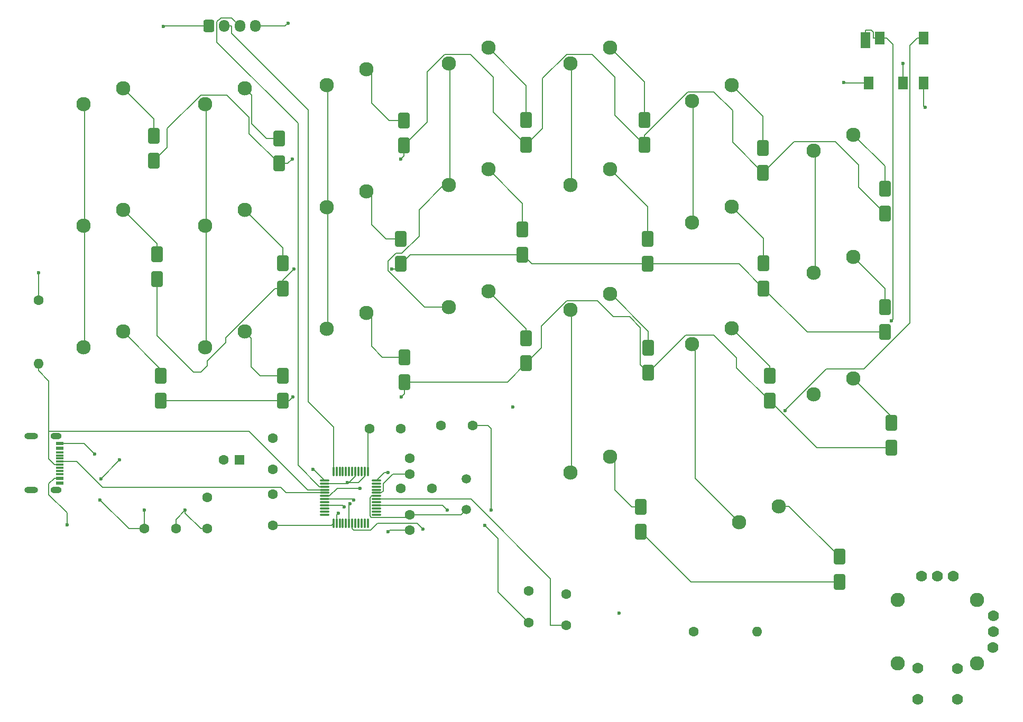
<source format=gbl>
%TF.GenerationSoftware,KiCad,Pcbnew,8.0.2*%
%TF.CreationDate,2024-10-11T16:26:55+02:00*%
%TF.ProjectId,duo_board,64756f5f-626f-4617-9264-2e6b69636164,rev?*%
%TF.SameCoordinates,Original*%
%TF.FileFunction,Copper,L4,Bot*%
%TF.FilePolarity,Positive*%
%FSLAX46Y46*%
G04 Gerber Fmt 4.6, Leading zero omitted, Abs format (unit mm)*
G04 Created by KiCad (PCBNEW 8.0.2) date 2024-10-11 16:26:55*
%MOMM*%
%LPD*%
G01*
G04 APERTURE LIST*
G04 Aperture macros list*
%AMRoundRect*
0 Rectangle with rounded corners*
0 $1 Rounding radius*
0 $2 $3 $4 $5 $6 $7 $8 $9 X,Y pos of 4 corners*
0 Add a 4 corners polygon primitive as box body*
4,1,4,$2,$3,$4,$5,$6,$7,$8,$9,$2,$3,0*
0 Add four circle primitives for the rounded corners*
1,1,$1+$1,$2,$3*
1,1,$1+$1,$4,$5*
1,1,$1+$1,$6,$7*
1,1,$1+$1,$8,$9*
0 Add four rect primitives between the rounded corners*
20,1,$1+$1,$2,$3,$4,$5,0*
20,1,$1+$1,$4,$5,$6,$7,0*
20,1,$1+$1,$6,$7,$8,$9,0*
20,1,$1+$1,$8,$9,$2,$3,0*%
G04 Aperture macros list end*
%TA.AperFunction,ComponentPad*%
%ADD10C,1.500000*%
%TD*%
%TA.AperFunction,ComponentPad*%
%ADD11C,1.600000*%
%TD*%
%TA.AperFunction,ComponentPad*%
%ADD12O,1.600000X1.600000*%
%TD*%
%TA.AperFunction,ComponentPad*%
%ADD13R,1.600000X1.600000*%
%TD*%
%TA.AperFunction,ComponentPad*%
%ADD14C,2.300000*%
%TD*%
%TA.AperFunction,ComponentPad*%
%ADD15RoundRect,0.250000X-0.600000X-0.725000X0.600000X-0.725000X0.600000X0.725000X-0.600000X0.725000X0*%
%TD*%
%TA.AperFunction,ComponentPad*%
%ADD16O,1.700000X1.950000*%
%TD*%
%TA.AperFunction,SMDPad,CuDef*%
%ADD17R,1.498600X2.006600*%
%TD*%
%TA.AperFunction,SMDPad,CuDef*%
%ADD18R,1.498600X2.590800*%
%TD*%
%TA.AperFunction,SMDPad,CuDef*%
%ADD19RoundRect,0.250000X0.650000X-1.000000X0.650000X1.000000X-0.650000X1.000000X-0.650000X-1.000000X0*%
%TD*%
%TA.AperFunction,SMDPad,CuDef*%
%ADD20R,1.150000X0.590000*%
%TD*%
%TA.AperFunction,SMDPad,CuDef*%
%ADD21R,1.150000X0.298000*%
%TD*%
%TA.AperFunction,ComponentPad*%
%ADD22O,2.200000X1.000000*%
%TD*%
%TA.AperFunction,ComponentPad*%
%ADD23O,1.800000X1.000000*%
%TD*%
%TA.AperFunction,SMDPad,CuDef*%
%ADD24RoundRect,0.075000X0.662500X0.075000X-0.662500X0.075000X-0.662500X-0.075000X0.662500X-0.075000X0*%
%TD*%
%TA.AperFunction,SMDPad,CuDef*%
%ADD25RoundRect,0.075000X0.075000X0.662500X-0.075000X0.662500X-0.075000X-0.662500X0.075000X-0.662500X0*%
%TD*%
%TA.AperFunction,ComponentPad*%
%ADD26C,1.778000*%
%TD*%
%TA.AperFunction,ComponentPad*%
%ADD27C,2.286000*%
%TD*%
%TA.AperFunction,ViaPad*%
%ADD28C,0.600000*%
%TD*%
%TA.AperFunction,Conductor*%
%ADD29C,0.200000*%
%TD*%
G04 APERTURE END LIST*
D10*
%TO.P,Y1,1,1*%
%TO.N,/HSE_IN*%
X133500000Y-106050000D03*
%TO.P,Y1,2,2*%
%TO.N,/HSE_OUT*%
X133500000Y-110930000D03*
%TD*%
D11*
%TO.P,R2,1*%
%TO.N,Net-(D24-K)*%
X169920000Y-130500000D03*
D12*
%TO.P,R2,2*%
%TO.N,GND*%
X180080000Y-130500000D03*
%TD*%
D11*
%TO.P,R1,1*%
%TO.N,+3.3V*%
X65000000Y-77420000D03*
D12*
%TO.P,R1,2*%
%TO.N,/USB_D+*%
X65000000Y-87580000D03*
%TD*%
D11*
%TO.P,C12,1*%
%TO.N,GND*%
X92000000Y-114000000D03*
%TO.P,C12,2*%
%TO.N,+5V*%
X92000000Y-109000000D03*
%TD*%
%TO.P,C11,1*%
%TO.N,+3.3V*%
X82000000Y-114000000D03*
%TO.P,C11,2*%
%TO.N,GND*%
X87000000Y-114000000D03*
%TD*%
%TO.P,C10,1*%
%TO.N,/HSE_OUT*%
X124500000Y-111750000D03*
%TO.P,C10,2*%
%TO.N,GND*%
X124500000Y-114250000D03*
%TD*%
%TO.P,C9,1*%
%TO.N,GND*%
X124500000Y-102750000D03*
%TO.P,C9,2*%
%TO.N,/HSE_IN*%
X124500000Y-105250000D03*
%TD*%
%TO.P,C8,1*%
%TO.N,/NRST*%
X149500000Y-129500000D03*
%TO.P,C8,2*%
%TO.N,GND*%
X149500000Y-124500000D03*
%TD*%
%TO.P,C7,1*%
%TO.N,+3.3V*%
X143500000Y-129000000D03*
%TO.P,C7,2*%
%TO.N,GND*%
X143500000Y-124000000D03*
%TD*%
%TO.P,C6,1*%
%TO.N,+3.3V*%
X134500000Y-97500000D03*
%TO.P,C6,2*%
%TO.N,GND*%
X129500000Y-97500000D03*
%TD*%
D13*
%TO.P,C5,1*%
%TO.N,+3.3V*%
X97196400Y-103000000D03*
D11*
%TO.P,C5,2*%
%TO.N,GND*%
X94696400Y-103000000D03*
%TD*%
%TO.P,C4,1*%
%TO.N,+3.3V*%
X118000000Y-98000000D03*
%TO.P,C4,2*%
%TO.N,GND*%
X123000000Y-98000000D03*
%TD*%
%TO.P,C3,1*%
%TO.N,+3.3V*%
X102500000Y-104500000D03*
%TO.P,C3,2*%
%TO.N,GND*%
X102500000Y-99500000D03*
%TD*%
%TO.P,C2,1*%
%TO.N,+3.3V*%
X123000000Y-107500000D03*
%TO.P,C2,2*%
%TO.N,GND*%
X128000000Y-107500000D03*
%TD*%
%TO.P,C1,1*%
%TO.N,+3.3V*%
X102500000Y-113500000D03*
%TO.P,C1,2*%
%TO.N,GND*%
X102500000Y-108500000D03*
%TD*%
D14*
%TO.P,MX16,1,1*%
%TO.N,COL1*%
X91690000Y-84960000D03*
%TO.P,MX16,2,2*%
%TO.N,Net-(D16-A)*%
X98040000Y-82420000D03*
%TD*%
%TO.P,MX4,1,1*%
%TO.N,COL3*%
X130690000Y-39460000D03*
%TO.P,MX4,2,2*%
%TO.N,Net-(D4-A)*%
X137040000Y-36920000D03*
%TD*%
%TO.P,MX18,1,1*%
%TO.N,COL3*%
X130690000Y-78460000D03*
%TO.P,MX18,2,2*%
%TO.N,Net-(D18-A)*%
X137040000Y-75920000D03*
%TD*%
%TO.P,MX13,1,1*%
%TO.N,COL5*%
X169690000Y-64960000D03*
%TO.P,MX13,2,2*%
%TO.N,Net-(D13-A)*%
X176040000Y-62420000D03*
%TD*%
%TO.P,MX9,1,1*%
%TO.N,COL1*%
X91690000Y-65460000D03*
%TO.P,MX9,2,2*%
%TO.N,Net-(D9-A)*%
X98040000Y-62920000D03*
%TD*%
%TO.P,MX6,1,1*%
%TO.N,COL5*%
X169690000Y-45460000D03*
%TO.P,MX6,2,2*%
%TO.N,Net-(D6-A)*%
X176040000Y-42920000D03*
%TD*%
%TO.P,MX22,1,1*%
%TO.N,COL4*%
X150190000Y-104960000D03*
%TO.P,MX22,2,2*%
%TO.N,Net-(D22-A)*%
X156540000Y-102420000D03*
%TD*%
%TO.P,MX21,1,1*%
%TO.N,COL6*%
X189190000Y-92460000D03*
%TO.P,MX21,2,2*%
%TO.N,Net-(D21-A)*%
X195540000Y-89920000D03*
%TD*%
%TO.P,MX3,1,1*%
%TO.N,COL2*%
X111190000Y-42960000D03*
%TO.P,MX3,2,2*%
%TO.N,Net-(D3-A)*%
X117540000Y-40420000D03*
%TD*%
%TO.P,MX23,1,1*%
%TO.N,COL5*%
X177190000Y-112960000D03*
%TO.P,MX23,2,2*%
%TO.N,Net-(D23-A)*%
X183540000Y-110420000D03*
%TD*%
%TO.P,MX17,1,1*%
%TO.N,COL2*%
X111190000Y-81960000D03*
%TO.P,MX17,2,2*%
%TO.N,Net-(D17-A)*%
X117540000Y-79420000D03*
%TD*%
%TO.P,MX1,1,1*%
%TO.N,COL0*%
X72190000Y-45960000D03*
%TO.P,MX1,2,2*%
%TO.N,Net-(D1-A)*%
X78540000Y-43420000D03*
%TD*%
%TO.P,MX2,1,1*%
%TO.N,COL1*%
X91690000Y-45960000D03*
%TO.P,MX2,2,2*%
%TO.N,Net-(D2-A)*%
X98040000Y-43420000D03*
%TD*%
%TO.P,MX20,1,1*%
%TO.N,COL5*%
X169690000Y-84460000D03*
%TO.P,MX20,2,2*%
%TO.N,Net-(D20-A)*%
X176040000Y-81920000D03*
%TD*%
%TO.P,MX11,1,1*%
%TO.N,COL3*%
X130690000Y-58960000D03*
%TO.P,MX11,2,2*%
%TO.N,Net-(D11-A)*%
X137040000Y-56420000D03*
%TD*%
%TO.P,MX14,1,1*%
%TO.N,COL6*%
X189190000Y-72960000D03*
%TO.P,MX14,2,2*%
%TO.N,Net-(D14-A)*%
X195540000Y-70420000D03*
%TD*%
%TO.P,MX7,1,1*%
%TO.N,COL6*%
X189190000Y-53460000D03*
%TO.P,MX7,2,2*%
%TO.N,Net-(D7-A)*%
X195540000Y-50920000D03*
%TD*%
D15*
%TO.P,J3,1,Pin_1*%
%TO.N,GND*%
X92250000Y-33475000D03*
D16*
%TO.P,J3,2,Pin_2*%
%TO.N,/SWCLK*%
X94750000Y-33475000D03*
%TO.P,J3,3,Pin_3*%
%TO.N,/SWDIO*%
X97250000Y-33475000D03*
%TO.P,J3,4,Pin_4*%
%TO.N,+3.3V*%
X99750000Y-33475000D03*
%TD*%
D14*
%TO.P,MX5,1,1*%
%TO.N,COL4*%
X150190000Y-39460000D03*
%TO.P,MX5,2,2*%
%TO.N,Net-(D5-A)*%
X156540000Y-36920000D03*
%TD*%
%TO.P,MX19,1,1*%
%TO.N,COL4*%
X150190000Y-78960000D03*
%TO.P,MX19,2,2*%
%TO.N,Net-(D19-A)*%
X156540000Y-76420000D03*
%TD*%
%TO.P,MX12,1,1*%
%TO.N,COL4*%
X150190000Y-58960000D03*
%TO.P,MX12,2,2*%
%TO.N,Net-(D12-A)*%
X156540000Y-56420000D03*
%TD*%
%TO.P,MX10,1,1*%
%TO.N,COL2*%
X111190000Y-62460000D03*
%TO.P,MX10,2,2*%
%TO.N,Net-(D10-A)*%
X117540000Y-59920000D03*
%TD*%
%TO.P,MX8,1,1*%
%TO.N,COL0*%
X72190000Y-65460000D03*
%TO.P,MX8,2,2*%
%TO.N,Net-(D8-A)*%
X78540000Y-62920000D03*
%TD*%
%TO.P,MX15,1,1*%
%TO.N,COL0*%
X72190000Y-84960000D03*
%TO.P,MX15,2,2*%
%TO.N,Net-(D15-A)*%
X78540000Y-82420000D03*
%TD*%
D17*
%TO.P,J1,7,7*%
%TO.N,+3.3V*%
X197996200Y-42606800D03*
%TO.P,J1,6,6*%
X203482600Y-42606800D03*
%TO.P,J1,5,5*%
%TO.N,GND*%
X206784600Y-42606800D03*
D18*
%TO.P,J1,4,4*%
%TO.N,USART1_TX*%
X197462800Y-35698000D03*
D17*
%TO.P,J1,3,3*%
X199774200Y-35393200D03*
%TO.P,J1,2,2*%
%TO.N,USART1_RX*%
X206784600Y-35393200D03*
%TD*%
D19*
%TO.P,D14,1,K*%
%TO.N,ROW1*%
X200620000Y-82500000D03*
%TO.P,D14,2,A*%
%TO.N,Net-(D14-A)*%
X200620000Y-78500000D03*
%TD*%
%TO.P,D7,1,K*%
%TO.N,ROW0*%
X200540000Y-63500000D03*
%TO.P,D7,2,A*%
%TO.N,Net-(D7-A)*%
X200540000Y-59500000D03*
%TD*%
D20*
%TO.P,J2,A1B12,GND1*%
%TO.N,unconnected-(J2-GND1-PadA1B12)*%
X68425000Y-106700000D03*
%TO.P,J2,A4B9,VBUS1*%
%TO.N,+5V*%
X68425000Y-105900000D03*
D21*
%TO.P,J2,A5,CC1*%
%TO.N,unconnected-(J2-CC1-PadA5)*%
X68425000Y-104750000D03*
%TO.P,J2,A6,DP1*%
%TO.N,/USB_D+*%
X68425000Y-103750000D03*
%TO.P,J2,A7,DN1*%
%TO.N,/USB_D-*%
X68425000Y-103250000D03*
%TO.P,J2,A8,SBU1*%
%TO.N,unconnected-(J2-SBU1-PadA8)*%
X68425000Y-102250000D03*
D20*
%TO.P,J2,B1A12,GND2*%
%TO.N,GND*%
X68425000Y-100300000D03*
%TO.P,J2,B4A9,VBUS2*%
%TO.N,unconnected-(J2-VBUS2-PadB4A9)*%
X68425000Y-101100000D03*
D21*
%TO.P,J2,B5,CC2*%
%TO.N,unconnected-(J2-CC2-PadB5)*%
X68425000Y-101750000D03*
%TO.P,J2,B6,DP2*%
%TO.N,unconnected-(J2-DP2-PadB6)*%
X68425000Y-102750000D03*
%TO.P,J2,B7,DN2*%
%TO.N,unconnected-(J2-DN2-PadB7)*%
X68425000Y-104250000D03*
%TO.P,J2,B8,SBU2*%
%TO.N,unconnected-(J2-SBU2-PadB8)*%
X68425000Y-105250000D03*
D22*
%TO.P,J2,SH1,SHIELD1*%
%TO.N,unconnected-(J2-SHIELD1-PadSH1)*%
X63850000Y-107820000D03*
%TO.P,J2,SH2,SHIELD2*%
%TO.N,unconnected-(J2-SHIELD2-PadSH2)*%
X63850000Y-99180000D03*
D23*
%TO.P,J2,SH3,SHIELD3*%
%TO.N,unconnected-(J2-SHIELD3-PadSH3)*%
X67850000Y-107820000D03*
%TO.P,J2,SH4,SHIELD4*%
%TO.N,unconnected-(J2-SHIELD4-PadSH4)*%
X67850000Y-99180000D03*
%TD*%
D19*
%TO.P,D20,1,K*%
%TO.N,ROW2*%
X182120000Y-93500000D03*
%TO.P,D20,2,A*%
%TO.N,Net-(D20-A)*%
X182120000Y-89500000D03*
%TD*%
%TO.P,D12,1,K*%
%TO.N,ROW1*%
X162540000Y-71580000D03*
%TO.P,D12,2,A*%
%TO.N,Net-(D12-A)*%
X162540000Y-67580000D03*
%TD*%
%TO.P,D21,1,K*%
%TO.N,ROW2*%
X201620000Y-101000000D03*
%TO.P,D21,2,A*%
%TO.N,Net-(D21-A)*%
X201620000Y-97000000D03*
%TD*%
%TO.P,D8,1,K*%
%TO.N,ROW1*%
X83960000Y-74000000D03*
%TO.P,D8,2,A*%
%TO.N,Net-(D8-A)*%
X83960000Y-70000000D03*
%TD*%
%TO.P,D19,1,K*%
%TO.N,ROW2*%
X162620000Y-89000000D03*
%TO.P,D19,2,A*%
%TO.N,Net-(D19-A)*%
X162620000Y-85000000D03*
%TD*%
%TO.P,D10,1,K*%
%TO.N,ROW1*%
X123040000Y-71580000D03*
%TO.P,D10,2,A*%
%TO.N,Net-(D10-A)*%
X123040000Y-67580000D03*
%TD*%
D24*
%TO.P,U1,1,VBAT*%
%TO.N,+3.3V*%
X119162500Y-106250000D03*
%TO.P,U1,2,PC13*%
%TO.N,unconnected-(U1-PC13-Pad2)*%
X119162500Y-106750000D03*
%TO.P,U1,3,PC14*%
%TO.N,unconnected-(U1-PC14-Pad3)*%
X119162500Y-107250000D03*
%TO.P,U1,4,PC15*%
%TO.N,unconnected-(U1-PC15-Pad4)*%
X119162500Y-107750000D03*
%TO.P,U1,5,PD0*%
%TO.N,/HSE_IN*%
X119162500Y-108250000D03*
%TO.P,U1,6,PD1*%
%TO.N,/HSE_OUT*%
X119162500Y-108750000D03*
%TO.P,U1,7,NRST*%
%TO.N,/NRST*%
X119162500Y-109250000D03*
%TO.P,U1,8,VSSA*%
%TO.N,GND*%
X119162500Y-109750000D03*
%TO.P,U1,9,VDDA*%
%TO.N,+3.3V*%
X119162500Y-110250000D03*
%TO.P,U1,10,PA0*%
%TO.N,unconnected-(U1-PA0-Pad10)*%
X119162500Y-110750000D03*
%TO.P,U1,11,PA1*%
%TO.N,unconnected-(U1-PA1-Pad11)*%
X119162500Y-111250000D03*
%TO.P,U1,12,PA2*%
%TO.N,unconnected-(U1-PA2-Pad12)*%
X119162500Y-111750000D03*
D25*
%TO.P,U1,13,PA3*%
%TO.N,unconnected-(U1-PA3-Pad13)*%
X117750000Y-113162500D03*
%TO.P,U1,14,PA4*%
%TO.N,unconnected-(U1-PA4-Pad14)*%
X117250000Y-113162500D03*
%TO.P,U1,15,PA5*%
%TO.N,unconnected-(U1-PA5-Pad15)*%
X116750000Y-113162500D03*
%TO.P,U1,16,PA6*%
%TO.N,unconnected-(U1-PA6-Pad16)*%
X116250000Y-113162500D03*
%TO.P,U1,17,PA7*%
%TO.N,unconnected-(U1-PA7-Pad17)*%
X115750000Y-113162500D03*
%TO.P,U1,18,PB0*%
%TO.N,/X_AXIS*%
X115250000Y-113162500D03*
%TO.P,U1,19,PB1*%
%TO.N,/Y_AXIS*%
X114750000Y-113162500D03*
%TO.P,U1,20,PB2*%
%TO.N,unconnected-(U1-PB2-Pad20)*%
X114250000Y-113162500D03*
%TO.P,U1,21,PB10*%
%TO.N,unconnected-(U1-PB10-Pad21)*%
X113750000Y-113162500D03*
%TO.P,U1,22,PB11*%
%TO.N,unconnected-(U1-PB11-Pad22)*%
X113250000Y-113162500D03*
%TO.P,U1,23,VSS*%
%TO.N,GND*%
X112750000Y-113162500D03*
%TO.P,U1,24,VDD*%
%TO.N,+3.3V*%
X112250000Y-113162500D03*
D24*
%TO.P,U1,25,PB12*%
%TO.N,unconnected-(U1-PB12-Pad25)*%
X110837500Y-111750000D03*
%TO.P,U1,26,PB13*%
%TO.N,unconnected-(U1-PB13-Pad26)*%
X110837500Y-111250000D03*
%TO.P,U1,27,PB14*%
%TO.N,unconnected-(U1-PB14-Pad27)*%
X110837500Y-110750000D03*
%TO.P,U1,28,PB15*%
%TO.N,/BTN_PIN*%
X110837500Y-110250000D03*
%TO.P,U1,29,PA8*%
%TO.N,unconnected-(U1-PA8-Pad29)*%
X110837500Y-109750000D03*
%TO.P,U1,30,PA9*%
%TO.N,USART1_TX*%
X110837500Y-109250000D03*
%TO.P,U1,31,PA10*%
%TO.N,USART1_RX*%
X110837500Y-108750000D03*
%TO.P,U1,32,PA11*%
%TO.N,/USB_D-*%
X110837500Y-108250000D03*
%TO.P,U1,33,PA12*%
%TO.N,/USB_D+*%
X110837500Y-107750000D03*
%TO.P,U1,34,PA13*%
%TO.N,/SWDIO*%
X110837500Y-107250000D03*
%TO.P,U1,35,VSS*%
%TO.N,GND*%
X110837500Y-106750000D03*
%TO.P,U1,36,VDD*%
%TO.N,+3.3V*%
X110837500Y-106250000D03*
D25*
%TO.P,U1,37,PA14*%
%TO.N,/SWCLK*%
X112250000Y-104837500D03*
%TO.P,U1,38,PA15*%
%TO.N,unconnected-(U1-PA15-Pad38)*%
X112750000Y-104837500D03*
%TO.P,U1,39,PB3*%
%TO.N,unconnected-(U1-PB3-Pad39)*%
X113250000Y-104837500D03*
%TO.P,U1,40,PB4*%
%TO.N,unconnected-(U1-PB4-Pad40)*%
X113750000Y-104837500D03*
%TO.P,U1,41,PB5*%
%TO.N,unconnected-(U1-PB5-Pad41)*%
X114250000Y-104837500D03*
%TO.P,U1,42,PB6*%
%TO.N,unconnected-(U1-PB6-Pad42)*%
X114750000Y-104837500D03*
%TO.P,U1,43,PB7*%
%TO.N,unconnected-(U1-PB7-Pad43)*%
X115250000Y-104837500D03*
%TO.P,U1,44,BOOT0*%
%TO.N,GND*%
X115750000Y-104837500D03*
%TO.P,U1,45,PB8*%
%TO.N,unconnected-(U1-PB8-Pad45)*%
X116250000Y-104837500D03*
%TO.P,U1,46,PB9*%
%TO.N,unconnected-(U1-PB9-Pad46)*%
X116750000Y-104837500D03*
%TO.P,U1,47,VSS*%
%TO.N,GND*%
X117250000Y-104837500D03*
%TO.P,U1,48,VDD*%
%TO.N,+3.3V*%
X117750000Y-104837500D03*
%TD*%
D19*
%TO.P,D17,1,K*%
%TO.N,ROW2*%
X123620000Y-90500000D03*
%TO.P,D17,2,A*%
%TO.N,Net-(D17-A)*%
X123620000Y-86500000D03*
%TD*%
%TO.P,D5,1,K*%
%TO.N,ROW0*%
X162040000Y-52500000D03*
%TO.P,D5,2,A*%
%TO.N,Net-(D5-A)*%
X162040000Y-48500000D03*
%TD*%
%TO.P,D2,1,K*%
%TO.N,ROW0*%
X103540000Y-55500000D03*
%TO.P,D2,2,A*%
%TO.N,Net-(D2-A)*%
X103540000Y-51500000D03*
%TD*%
%TO.P,D4,1,K*%
%TO.N,ROW0*%
X143120000Y-52500000D03*
%TO.P,D4,2,A*%
%TO.N,Net-(D4-A)*%
X143120000Y-48500000D03*
%TD*%
%TO.P,D11,1,K*%
%TO.N,ROW1*%
X142540000Y-70080000D03*
%TO.P,D11,2,A*%
%TO.N,Net-(D11-A)*%
X142540000Y-66080000D03*
%TD*%
%TO.P,D18,1,K*%
%TO.N,ROW2*%
X143120000Y-87500000D03*
%TO.P,D18,2,A*%
%TO.N,Net-(D18-A)*%
X143120000Y-83500000D03*
%TD*%
%TO.P,D16,1,K*%
%TO.N,ROW2*%
X104120000Y-93500000D03*
%TO.P,D16,2,A*%
%TO.N,Net-(D16-A)*%
X104120000Y-89500000D03*
%TD*%
%TO.P,D22,1,K*%
%TO.N,ROW3*%
X161500000Y-114500000D03*
%TO.P,D22,2,A*%
%TO.N,Net-(D22-A)*%
X161500000Y-110500000D03*
%TD*%
%TO.P,D6,1,K*%
%TO.N,ROW0*%
X181040000Y-57000000D03*
%TO.P,D6,2,A*%
%TO.N,Net-(D6-A)*%
X181040000Y-53000000D03*
%TD*%
%TO.P,D3,1,K*%
%TO.N,ROW0*%
X123540000Y-52580000D03*
%TO.P,D3,2,A*%
%TO.N,Net-(D3-A)*%
X123540000Y-48580000D03*
%TD*%
%TO.P,D15,1,K*%
%TO.N,ROW2*%
X84620000Y-93500000D03*
%TO.P,D15,2,A*%
%TO.N,Net-(D15-A)*%
X84620000Y-89500000D03*
%TD*%
%TO.P,D1,1,K*%
%TO.N,ROW0*%
X83500000Y-55080000D03*
%TO.P,D1,2,A*%
%TO.N,Net-(D1-A)*%
X83500000Y-51080000D03*
%TD*%
%TO.P,D23,1,K*%
%TO.N,ROW3*%
X193270000Y-122500000D03*
%TO.P,D23,2,A*%
%TO.N,Net-(D23-A)*%
X193270000Y-118500000D03*
%TD*%
%TO.P,D13,1,K*%
%TO.N,ROW1*%
X181120000Y-75500000D03*
%TO.P,D13,2,A*%
%TO.N,Net-(D13-A)*%
X181120000Y-71500000D03*
%TD*%
%TO.P,D9,1,K*%
%TO.N,ROW1*%
X104120000Y-75500000D03*
%TO.P,D9,2,A*%
%TO.N,Net-(D9-A)*%
X104120000Y-71500000D03*
%TD*%
D26*
%TO.P,U2,B1A,SEL+*%
%TO.N,/BTN_PIN*%
X212175000Y-141314800D03*
%TO.P,U2,B1B,B1B*%
%TO.N,unconnected-(U2-PadB1B)*%
X205825000Y-141295000D03*
%TO.P,U2,B2A,SEL-*%
%TO.N,GND*%
X212175000Y-136374800D03*
%TO.P,U2,B2B,B2B*%
%TO.N,unconnected-(U2-PadB2B)*%
X205815000Y-136354800D03*
%TO.P,U2,H1,H+*%
%TO.N,GND*%
X211525000Y-121624800D03*
%TO.P,U2,H2,H*%
%TO.N,/Y_AXIS*%
X208985000Y-121604800D03*
%TO.P,U2,H3,H-*%
%TO.N,+3.3V*%
X206445000Y-121624800D03*
D27*
%TO.P,U2,S1,SHIELD*%
%TO.N,GND*%
X215350000Y-135564800D03*
%TO.P,U2,S2,SHIELD*%
X215350000Y-125434800D03*
%TO.P,U2,S3,SHIELD*%
X202650000Y-125420000D03*
%TO.P,U2,S4,SHIELD*%
X202650000Y-135580000D03*
D26*
%TO.P,U2,V1,V+*%
%TO.N,+3.3V*%
X217890000Y-133040000D03*
%TO.P,U2,V2,V*%
%TO.N,/X_AXIS*%
X217905000Y-130514800D03*
%TO.P,U2,V3,V-*%
%TO.N,GND*%
X217905000Y-127974800D03*
%TD*%
D28*
%TO.N,+3.3V*%
X137500000Y-111000000D03*
%TO.N,+5V*%
X69565300Y-113404000D03*
%TO.N,ROW2*%
X105744000Y-92881100D03*
X123147000Y-92881100D03*
%TO.N,ROW1*%
X105956000Y-72358500D03*
X121627000Y-72358500D03*
%TO.N,ROW0*%
X105666000Y-54767700D03*
X123051000Y-54767700D03*
%TO.N,/Y_AXIS*%
X114932000Y-109986000D03*
%TO.N,/X_AXIS*%
X126547000Y-114052000D03*
%TO.N,/BTN_PIN*%
X114000000Y-110500000D03*
%TO.N,USART1_RX*%
X184570000Y-95056700D03*
X116500000Y-107500000D03*
%TO.N,USART1_TX*%
X115480000Y-109384000D03*
X201554000Y-80723600D03*
%TO.N,+3.3V*%
X121000000Y-105000000D03*
X203500000Y-39500000D03*
X65000000Y-73000000D03*
X105000000Y-33000000D03*
X158000000Y-127500000D03*
X82000000Y-111000000D03*
X74875200Y-109375000D03*
X78000000Y-103000000D03*
X75000000Y-106000000D03*
X130500000Y-111000000D03*
X136500000Y-113452000D03*
X109000000Y-104500000D03*
X141000000Y-94500000D03*
X194000000Y-42500000D03*
%TO.N,GND*%
X85000000Y-33500000D03*
X88500000Y-111000000D03*
X121000000Y-114500000D03*
X114500000Y-106607000D03*
X113000000Y-111500000D03*
X74000000Y-102000000D03*
X207000000Y-46500000D03*
%TD*%
D29*
%TO.N,+3.3V*%
X137000000Y-97500000D02*
X134500000Y-97500000D01*
X137500000Y-98000000D02*
X137000000Y-97500000D01*
X137500000Y-111000000D02*
X137500000Y-98000000D01*
%TO.N,/HSE_OUT*%
X132680000Y-111750000D02*
X133500000Y-110930000D01*
X124500000Y-111750000D02*
X132680000Y-111750000D01*
X124038000Y-112212000D02*
X124500000Y-111750000D01*
X118314000Y-112212000D02*
X124038000Y-112212000D01*
X118081000Y-111979000D02*
X118314000Y-112212000D01*
X118081000Y-109020000D02*
X118081000Y-111979000D01*
X118352000Y-108750000D02*
X118081000Y-109020000D01*
X119162000Y-108750000D02*
X118352000Y-108750000D01*
X119162000Y-108750000D02*
X119162500Y-108750000D01*
%TO.N,/NRST*%
X147000000Y-129500000D02*
X149500000Y-129500000D01*
X147000000Y-122000000D02*
X147000000Y-129500000D01*
X134250000Y-109250000D02*
X147000000Y-122000000D01*
X119162500Y-109250000D02*
X134250000Y-109250000D01*
X119162000Y-109250000D02*
X119162500Y-109250000D01*
%TO.N,/HSE_IN*%
X121750000Y-105250000D02*
X124500000Y-105250000D01*
X120200000Y-106800000D02*
X121750000Y-105250000D01*
X120200000Y-107982000D02*
X120200000Y-106800000D01*
X119932000Y-108250000D02*
X120200000Y-107982000D01*
X119162500Y-108250000D02*
X119932000Y-108250000D01*
X119162000Y-108250000D02*
X119162500Y-108250000D01*
%TO.N,/SWCLK*%
X112250000Y-97706500D02*
X112250000Y-104837500D01*
X108206000Y-93662600D02*
X112250000Y-97706500D01*
X108206000Y-46931100D02*
X108206000Y-93662600D01*
X95901700Y-34626700D02*
X108206000Y-46931100D01*
X95901700Y-33475000D02*
X95901700Y-34626700D01*
X94750000Y-33475000D02*
X95901700Y-33475000D01*
X112250000Y-104837500D02*
X112250000Y-104838000D01*
%TO.N,/SWDIO*%
X110003000Y-107250000D02*
X110837500Y-107250000D01*
X106567000Y-103814000D02*
X110003000Y-107250000D01*
X106567000Y-49015200D02*
X106567000Y-103814000D01*
X93595700Y-36043500D02*
X106567000Y-49015200D01*
X93595700Y-32816000D02*
X93595700Y-36043500D01*
X94266300Y-32145400D02*
X93595700Y-32816000D01*
X95920400Y-32145400D02*
X94266300Y-32145400D01*
X97250000Y-33475000D02*
X95920400Y-32145400D01*
X110837500Y-107250000D02*
X110838000Y-107250000D01*
%TO.N,/USB_D+*%
X66633100Y-102835000D02*
X66633100Y-98375700D01*
X67548300Y-103750000D02*
X66633100Y-102835000D01*
X68425000Y-103750000D02*
X67548300Y-103750000D01*
X66633100Y-90314800D02*
X66633100Y-98375700D01*
X65000000Y-88681700D02*
X66633100Y-90314800D01*
X65000000Y-87580000D02*
X65000000Y-88681700D01*
X108127000Y-107750000D02*
X110837500Y-107750000D01*
X98752600Y-98375700D02*
X108127000Y-107750000D01*
X66633100Y-98375700D02*
X98752600Y-98375700D01*
X110837500Y-107750000D02*
X110838000Y-107750000D01*
%TO.N,/USB_D-*%
X71163700Y-103250000D02*
X68425000Y-103250000D01*
X75288700Y-107375000D02*
X71163700Y-103250000D01*
X103819000Y-107375000D02*
X75288700Y-107375000D01*
X104694000Y-108250000D02*
X103819000Y-107375000D01*
X110837500Y-108250000D02*
X104694000Y-108250000D01*
X110838000Y-108250000D02*
X110837500Y-108250000D01*
%TO.N,+5V*%
X69565300Y-111466000D02*
X69565300Y-113404000D01*
X66633400Y-108535000D02*
X69565300Y-111466000D01*
X66633400Y-106815000D02*
X66633400Y-108535000D01*
X67548300Y-105900000D02*
X66633400Y-106815000D01*
X68425000Y-105900000D02*
X67548300Y-105900000D01*
%TO.N,COL6*%
X189387000Y-72762600D02*
X189190000Y-72960000D01*
X189387000Y-53657400D02*
X189387000Y-72762600D01*
X189190000Y-53460000D02*
X189387000Y-53657400D01*
%TO.N,COL5*%
X169876000Y-64774000D02*
X169690000Y-64960000D01*
X169876000Y-45646000D02*
X169876000Y-64774000D01*
X169690000Y-45460000D02*
X169876000Y-45646000D01*
X170169000Y-84938900D02*
X169690000Y-84460000D01*
X170169000Y-105939000D02*
X170169000Y-84938900D01*
X177190000Y-112960000D02*
X170169000Y-105939000D01*
%TO.N,COL4*%
X150370000Y-58780400D02*
X150190000Y-58960000D01*
X150370000Y-39639600D02*
X150370000Y-58780400D01*
X150190000Y-39460000D02*
X150370000Y-39639600D01*
X150347000Y-79116700D02*
X150190000Y-78960000D01*
X150347000Y-104803000D02*
X150347000Y-79116700D01*
X150190000Y-104960000D02*
X150347000Y-104803000D01*
%TO.N,COL3*%
X130870000Y-58780400D02*
X130690000Y-58960000D01*
X130870000Y-39639600D02*
X130870000Y-58780400D01*
X130690000Y-39460000D02*
X130870000Y-39639600D01*
X126845000Y-78460000D02*
X130690000Y-78460000D01*
X121014000Y-72628400D02*
X126845000Y-78460000D01*
X121014000Y-71150300D02*
X121014000Y-72628400D01*
X122284000Y-69880000D02*
X121014000Y-71150300D01*
X123208000Y-69880000D02*
X122284000Y-69880000D01*
X125958000Y-67129700D02*
X123208000Y-69880000D01*
X125958000Y-62902100D02*
X125958000Y-67129700D01*
X129901000Y-58960000D02*
X125958000Y-62902100D01*
X130690000Y-58960000D02*
X129901000Y-58960000D01*
%TO.N,COL2*%
X111370000Y-43139500D02*
X111190000Y-42960000D01*
X111370000Y-62280500D02*
X111370000Y-43139500D01*
X111190000Y-62460000D02*
X111370000Y-62280500D01*
X111370000Y-62639500D02*
X111190000Y-62460000D01*
X111370000Y-81780500D02*
X111370000Y-62639500D01*
X111190000Y-81960000D02*
X111370000Y-81780500D01*
%TO.N,COL1*%
X91863500Y-65286500D02*
X91690000Y-65460000D01*
X91863500Y-46133500D02*
X91863500Y-65286500D01*
X91690000Y-45960000D02*
X91863500Y-46133500D01*
X91874800Y-84775200D02*
X91690000Y-84960000D01*
X91874800Y-65644800D02*
X91874800Y-84775200D01*
X91690000Y-65460000D02*
X91874800Y-65644800D01*
%TO.N,COL0*%
X72369500Y-65639500D02*
X72190000Y-65460000D01*
X72369500Y-84780500D02*
X72369500Y-65639500D01*
X72190000Y-84960000D02*
X72369500Y-84780500D01*
X72369500Y-65280500D02*
X72190000Y-65460000D01*
X72369500Y-46139500D02*
X72369500Y-65280500D01*
X72190000Y-45960000D02*
X72369500Y-46139500D01*
%TO.N,ROW3*%
X169500000Y-122500000D02*
X161500000Y-114500000D01*
X193270000Y-122500000D02*
X169500000Y-122500000D01*
%TO.N,ROW2*%
X140120000Y-90500000D02*
X143120000Y-87500000D01*
X123620000Y-90500000D02*
X140120000Y-90500000D01*
X145569000Y-85051100D02*
X143120000Y-87500000D01*
X145569000Y-81520200D02*
X145569000Y-85051100D01*
X149595000Y-77494400D02*
X145569000Y-81520200D01*
X154497000Y-77494400D02*
X149595000Y-77494400D01*
X157035000Y-80031700D02*
X154497000Y-77494400D01*
X159657000Y-80031700D02*
X157035000Y-80031700D01*
X161384000Y-81759100D02*
X159657000Y-80031700D01*
X161384000Y-87764100D02*
X161384000Y-81759100D01*
X162620000Y-89000000D02*
X161384000Y-87764100D01*
X189620000Y-101000000D02*
X182120000Y-93500000D01*
X201620000Y-101000000D02*
X189620000Y-101000000D01*
X84620000Y-93500000D02*
X104120000Y-93500000D01*
X105125000Y-93500000D02*
X105744000Y-92881100D01*
X104120000Y-93500000D02*
X105125000Y-93500000D01*
X123620000Y-92408400D02*
X123147000Y-92881100D01*
X123620000Y-90500000D02*
X123620000Y-92408400D01*
X176831000Y-88211300D02*
X182120000Y-93500000D01*
X176831000Y-86649300D02*
X176831000Y-88211300D01*
X173177000Y-82995300D02*
X176831000Y-86649300D01*
X168625000Y-82995300D02*
X173177000Y-82995300D01*
X162620000Y-89000000D02*
X168625000Y-82995300D01*
%TO.N,ROW1*%
X188120000Y-82500000D02*
X200620000Y-82500000D01*
X181120000Y-75500000D02*
X188120000Y-82500000D01*
X124540000Y-70080000D02*
X142540000Y-70080000D01*
X123040000Y-71580000D02*
X124540000Y-70080000D01*
X122262000Y-72358500D02*
X123040000Y-71580000D01*
X121627000Y-72358500D02*
X122262000Y-72358500D01*
X83960000Y-83068800D02*
X83960000Y-74000000D01*
X89825800Y-88934600D02*
X83960000Y-83068800D01*
X91012700Y-88934600D02*
X89825800Y-88934600D01*
X92040300Y-87907000D02*
X91012700Y-88934600D01*
X92040300Y-87091800D02*
X92040300Y-87907000D01*
X95006600Y-84125500D02*
X92040300Y-87091800D01*
X95006600Y-83400400D02*
X95006600Y-84125500D01*
X102907000Y-75500000D02*
X95006600Y-83400400D01*
X104120000Y-75500000D02*
X102907000Y-75500000D01*
X104120000Y-74194800D02*
X105956000Y-72358500D01*
X104120000Y-75500000D02*
X104120000Y-74194800D01*
X144040000Y-71580000D02*
X162540000Y-71580000D01*
X142540000Y-70080000D02*
X144040000Y-71580000D01*
X177200000Y-71580000D02*
X181120000Y-75500000D01*
X162540000Y-71580000D02*
X177200000Y-71580000D01*
%TO.N,ROW0*%
X137831000Y-47211200D02*
X143120000Y-52500000D01*
X137831000Y-41679100D02*
X137831000Y-47211200D01*
X134160000Y-38008200D02*
X137831000Y-41679100D01*
X130070000Y-38008200D02*
X134160000Y-38008200D01*
X127296000Y-40781900D02*
X130070000Y-38008200D01*
X127296000Y-48823800D02*
X127296000Y-40781900D01*
X123540000Y-52580000D02*
X127296000Y-48823800D01*
X196331000Y-59291300D02*
X200540000Y-63500000D01*
X196331000Y-55679200D02*
X196331000Y-59291300D01*
X192653000Y-52000700D02*
X196331000Y-55679200D01*
X186039000Y-52000700D02*
X192653000Y-52000700D01*
X181040000Y-57000000D02*
X186039000Y-52000700D01*
X157331000Y-47791200D02*
X162040000Y-52500000D01*
X157331000Y-41679100D02*
X157331000Y-47791200D01*
X153660000Y-38008200D02*
X157331000Y-41679100D01*
X149570000Y-38008200D02*
X153660000Y-38008200D01*
X145736000Y-41841800D02*
X149570000Y-38008200D01*
X145736000Y-49883700D02*
X145736000Y-41841800D01*
X143120000Y-52500000D02*
X145736000Y-49883700D01*
X123540000Y-54278300D02*
X123051000Y-54767700D01*
X123540000Y-52580000D02*
X123540000Y-54278300D01*
X98740200Y-50700200D02*
X103540000Y-55500000D01*
X98740200Y-48113900D02*
X98740200Y-50700200D01*
X95134600Y-44508300D02*
X98740200Y-48113900D01*
X91004900Y-44508300D02*
X95134600Y-44508300D01*
X85642600Y-49870600D02*
X91004900Y-44508300D01*
X85642600Y-52937400D02*
X85642600Y-49870600D01*
X83500000Y-55080000D02*
X85642600Y-52937400D01*
X104934000Y-55500000D02*
X105666000Y-54767700D01*
X103540000Y-55500000D02*
X104934000Y-55500000D01*
X176155000Y-52114800D02*
X181040000Y-57000000D01*
X176155000Y-47002700D02*
X176155000Y-52114800D01*
X173158000Y-44005600D02*
X176155000Y-47002700D01*
X169003000Y-44005600D02*
X173158000Y-44005600D01*
X162040000Y-50968200D02*
X169003000Y-44005600D01*
X162040000Y-52500000D02*
X162040000Y-50968200D01*
%TO.N,/Y_AXIS*%
X114750000Y-110167000D02*
X114932000Y-109986000D01*
X114750000Y-113162000D02*
X114750000Y-110167000D01*
X114750000Y-113162000D02*
X114750000Y-113162500D01*
%TO.N,/X_AXIS*%
X115250000Y-113162000D02*
X115250000Y-113162500D01*
X125626000Y-113132000D02*
X126547000Y-114052000D01*
X119287000Y-113132000D02*
X125626000Y-113132000D01*
X118216000Y-114202000D02*
X119287000Y-113132000D01*
X115519000Y-114202000D02*
X118216000Y-114202000D01*
X115250000Y-113933000D02*
X115519000Y-114202000D01*
X115250000Y-113162500D02*
X115250000Y-113933000D01*
%TO.N,/BTN_PIN*%
X113750000Y-110250000D02*
X110838000Y-110250000D01*
X114000000Y-110500000D02*
X113750000Y-110250000D01*
X110838000Y-110250000D02*
X110837500Y-110250000D01*
%TO.N,USART1_RX*%
X184570000Y-94985700D02*
X184570000Y-95056700D01*
X191189000Y-88366400D02*
X184570000Y-94985700D01*
X197223000Y-88366400D02*
X191189000Y-88366400D01*
X204534000Y-81056100D02*
X197223000Y-88366400D01*
X204534000Y-36593200D02*
X204534000Y-81056100D01*
X205734000Y-35393200D02*
X204534000Y-36593200D01*
X206784600Y-35393200D02*
X205734000Y-35393200D01*
X206785000Y-35393200D02*
X206784600Y-35393200D01*
X111627000Y-108750000D02*
X110838000Y-108750000D01*
X112877000Y-107500000D02*
X111627000Y-108750000D01*
X116500000Y-107500000D02*
X112877000Y-107500000D01*
X110838000Y-108750000D02*
X110837500Y-108750000D01*
%TO.N,USART1_TX*%
X200825000Y-35393200D02*
X199774200Y-35393200D01*
X201829000Y-36396800D02*
X200825000Y-35393200D01*
X201829000Y-80448900D02*
X201829000Y-36396800D01*
X201554000Y-80723600D02*
X201829000Y-80448900D01*
X115346000Y-109250000D02*
X115480000Y-109384000D01*
X110838000Y-109250000D02*
X115346000Y-109250000D01*
X110838000Y-109250000D02*
X110837500Y-109250000D01*
X197463000Y-34100900D02*
X197463000Y-34500100D01*
X198354000Y-34100900D02*
X197463000Y-34100900D01*
X198723000Y-34469600D02*
X198354000Y-34100900D01*
X198723000Y-35393200D02*
X198723000Y-34469600D01*
X199774200Y-35393200D02*
X198723000Y-35393200D01*
X197463000Y-34500100D02*
X197463000Y-34899400D01*
X197462800Y-34500300D02*
X197462800Y-35698000D01*
X197463000Y-34500100D02*
X197462800Y-34500300D01*
%TO.N,Net-(D23-A)*%
X185190000Y-110420000D02*
X183540000Y-110420000D01*
X193270000Y-118500000D02*
X185190000Y-110420000D01*
%TO.N,Net-(D22-A)*%
X157331000Y-103211000D02*
X156540000Y-102420000D01*
X157331000Y-107829000D02*
X157331000Y-103211000D01*
X160002000Y-110500000D02*
X157331000Y-107829000D01*
X161500000Y-110500000D02*
X160002000Y-110500000D01*
%TO.N,Net-(D21-A)*%
X201620000Y-96000000D02*
X201620000Y-97000000D01*
X195540000Y-89920000D02*
X201620000Y-96000000D01*
%TO.N,Net-(D20-A)*%
X182120000Y-88000000D02*
X176040000Y-81920000D01*
X182120000Y-89500000D02*
X182120000Y-88000000D01*
%TO.N,Net-(D19-A)*%
X156684000Y-76420000D02*
X156540000Y-76420000D01*
X162620000Y-82356500D02*
X156684000Y-76420000D01*
X162620000Y-85000000D02*
X162620000Y-82356500D01*
%TO.N,Net-(D18-A)*%
X143120000Y-82000000D02*
X137040000Y-75920000D01*
X143120000Y-83500000D02*
X143120000Y-82000000D01*
%TO.N,Net-(D17-A)*%
X118331000Y-80211300D02*
X117540000Y-79420000D01*
X118331000Y-84790700D02*
X118331000Y-80211300D01*
X120041000Y-86500000D02*
X118331000Y-84790700D01*
X123620000Y-86500000D02*
X120041000Y-86500000D01*
%TO.N,Net-(D16-A)*%
X99103500Y-83483500D02*
X98040000Y-82420000D01*
X99103500Y-88076100D02*
X99103500Y-83483500D01*
X100527000Y-89500000D02*
X99103500Y-88076100D01*
X104120000Y-89500000D02*
X100527000Y-89500000D01*
%TO.N,Net-(D15-A)*%
X84620000Y-88500000D02*
X78540000Y-82420000D01*
X84620000Y-89500000D02*
X84620000Y-88500000D01*
%TO.N,Net-(D14-A)*%
X200620000Y-75500000D02*
X195540000Y-70420000D01*
X200620000Y-78500000D02*
X200620000Y-75500000D01*
%TO.N,Net-(D13-A)*%
X181120000Y-67500000D02*
X176040000Y-62420000D01*
X181120000Y-71500000D02*
X181120000Y-67500000D01*
%TO.N,Net-(D12-A)*%
X162540000Y-62420000D02*
X156540000Y-56420000D01*
X162540000Y-67580000D02*
X162540000Y-62420000D01*
%TO.N,Net-(D11-A)*%
X142540000Y-61920000D02*
X137040000Y-56420000D01*
X142540000Y-66080000D02*
X142540000Y-61920000D01*
%TO.N,Net-(D10-A)*%
X118331000Y-60711300D02*
X117540000Y-59920000D01*
X118331000Y-65286600D02*
X118331000Y-60711300D01*
X120625000Y-67580000D02*
X118331000Y-65286600D01*
X123040000Y-67580000D02*
X120625000Y-67580000D01*
%TO.N,Net-(D9-A)*%
X104120000Y-69000000D02*
X98040000Y-62920000D01*
X104120000Y-71500000D02*
X104120000Y-69000000D01*
%TO.N,Net-(D8-A)*%
X83960000Y-68340000D02*
X78540000Y-62920000D01*
X83960000Y-70000000D02*
X83960000Y-68340000D01*
%TO.N,Net-(D7-A)*%
X200540000Y-55920000D02*
X195540000Y-50920000D01*
X200540000Y-59500000D02*
X200540000Y-55920000D01*
%TO.N,Net-(D6-A)*%
X181040000Y-47920000D02*
X176040000Y-42920000D01*
X181040000Y-53000000D02*
X181040000Y-47920000D01*
%TO.N,Net-(D5-A)*%
X162040000Y-42420000D02*
X156540000Y-36920000D01*
X162040000Y-48500000D02*
X162040000Y-42420000D01*
%TO.N,Net-(D4-A)*%
X143120000Y-43000000D02*
X137040000Y-36920000D01*
X143120000Y-48500000D02*
X143120000Y-43000000D01*
%TO.N,Net-(D3-A)*%
X118331000Y-41211300D02*
X117540000Y-40420000D01*
X118331000Y-45775400D02*
X118331000Y-41211300D01*
X121136000Y-48580000D02*
X118331000Y-45775400D01*
X123540000Y-48580000D02*
X121136000Y-48580000D01*
%TO.N,Net-(D2-A)*%
X99153300Y-44533300D02*
X98040000Y-43420000D01*
X99153300Y-49096700D02*
X99153300Y-44533300D01*
X101557000Y-51500000D02*
X99153300Y-49096700D01*
X103540000Y-51500000D02*
X101557000Y-51500000D01*
%TO.N,Net-(D1-A)*%
X83500000Y-48380000D02*
X78540000Y-43420000D01*
X83500000Y-51080000D02*
X83500000Y-48380000D01*
%TO.N,+3.3V*%
X65000000Y-77420000D02*
X65000000Y-73000000D01*
X104525000Y-33475000D02*
X105000000Y-33000000D01*
X99750000Y-33475000D02*
X104525000Y-33475000D01*
X82000000Y-114000000D02*
X82000000Y-111000000D01*
X79500000Y-114000000D02*
X82000000Y-114000000D01*
X74875200Y-109375000D02*
X79500000Y-114000000D01*
X78000000Y-103000000D02*
X75000000Y-106000000D01*
X138608000Y-124108000D02*
X143500000Y-129000000D01*
X138608000Y-115560000D02*
X138608000Y-124108000D01*
X136500000Y-113452000D02*
X138608000Y-115560000D01*
X129750000Y-110250000D02*
X130500000Y-111000000D01*
X119162500Y-110250000D02*
X129750000Y-110250000D01*
X117750000Y-98250000D02*
X118000000Y-98000000D01*
X117750000Y-104837500D02*
X117750000Y-98250000D01*
X117750000Y-104838000D02*
X117750000Y-104837500D01*
X119162000Y-110250000D02*
X119162500Y-110250000D01*
X110838000Y-106250000D02*
X110837500Y-106249500D01*
X109088000Y-104500000D02*
X109000000Y-104500000D01*
X110837500Y-106249500D02*
X109088000Y-104500000D01*
X110837500Y-106249500D02*
X110837500Y-106250000D01*
X112250000Y-113162000D02*
X112081000Y-113331000D01*
X111912000Y-113500000D02*
X102500000Y-113500000D01*
X112081000Y-113331000D02*
X111912000Y-113500000D01*
X112081500Y-113331000D02*
X112250000Y-113162500D01*
X112081000Y-113331000D02*
X112081500Y-113331000D01*
X119162000Y-106250000D02*
X119162500Y-106249500D01*
X120412000Y-105000000D02*
X121000000Y-105000000D01*
X119162500Y-106249500D02*
X120412000Y-105000000D01*
X119162500Y-106249500D02*
X119162500Y-106250000D01*
X203483000Y-42606800D02*
X203483000Y-41062100D01*
X203483000Y-39517400D02*
X203500000Y-39500000D01*
X203483000Y-41062100D02*
X203483000Y-39517400D01*
X203482600Y-41062500D02*
X203482600Y-42606800D01*
X203483000Y-41062100D02*
X203482600Y-41062500D01*
X194107000Y-42606800D02*
X194000000Y-42500000D01*
X197996000Y-42606800D02*
X194107000Y-42606800D01*
X197996000Y-42606800D02*
X197996200Y-42606800D01*
%TO.N,GND*%
X85025000Y-33475000D02*
X85000000Y-33500000D01*
X92250000Y-33475000D02*
X85025000Y-33475000D01*
X88500000Y-111500000D02*
X88500000Y-111000000D01*
X91000000Y-114000000D02*
X88500000Y-111500000D01*
X92000000Y-114000000D02*
X91000000Y-114000000D01*
X87000000Y-112500000D02*
X88500000Y-111000000D01*
X87000000Y-114000000D02*
X87000000Y-112500000D01*
X121250000Y-114250000D02*
X121000000Y-114500000D01*
X124500000Y-114250000D02*
X121250000Y-114250000D01*
X72300000Y-100300000D02*
X74000000Y-102000000D01*
X68425000Y-100300000D02*
X72300000Y-100300000D01*
X114751000Y-106607000D02*
X114500000Y-106607000D01*
X114751000Y-106607000D02*
X114500000Y-106607000D01*
X116251000Y-106607000D02*
X114751000Y-106607000D01*
X117250000Y-105607000D02*
X116251000Y-106607000D01*
X117250000Y-104838000D02*
X117250000Y-105607000D01*
X117250000Y-104838000D02*
X117250000Y-104837500D01*
X115750000Y-105607000D02*
X114751000Y-106607000D01*
X115750000Y-104838000D02*
X115750000Y-105607000D01*
X115750000Y-104838000D02*
X115750000Y-104837500D01*
X114357000Y-106750000D02*
X114500000Y-106607000D01*
X110838000Y-106750000D02*
X114357000Y-106750000D01*
X110838000Y-106750000D02*
X110837500Y-106750000D01*
X112750000Y-111750000D02*
X113000000Y-111500000D01*
X112750000Y-113162000D02*
X112750000Y-111750000D01*
X112750000Y-113162000D02*
X112750000Y-113162500D01*
X206785000Y-42606800D02*
X206785000Y-44445700D01*
X206785000Y-46284600D02*
X207000000Y-46500000D01*
X206785000Y-44445700D02*
X206785000Y-46284600D01*
X206784600Y-44445300D02*
X206784600Y-42606800D01*
X206785000Y-44445700D02*
X206784600Y-44445300D01*
%TD*%
M02*

</source>
